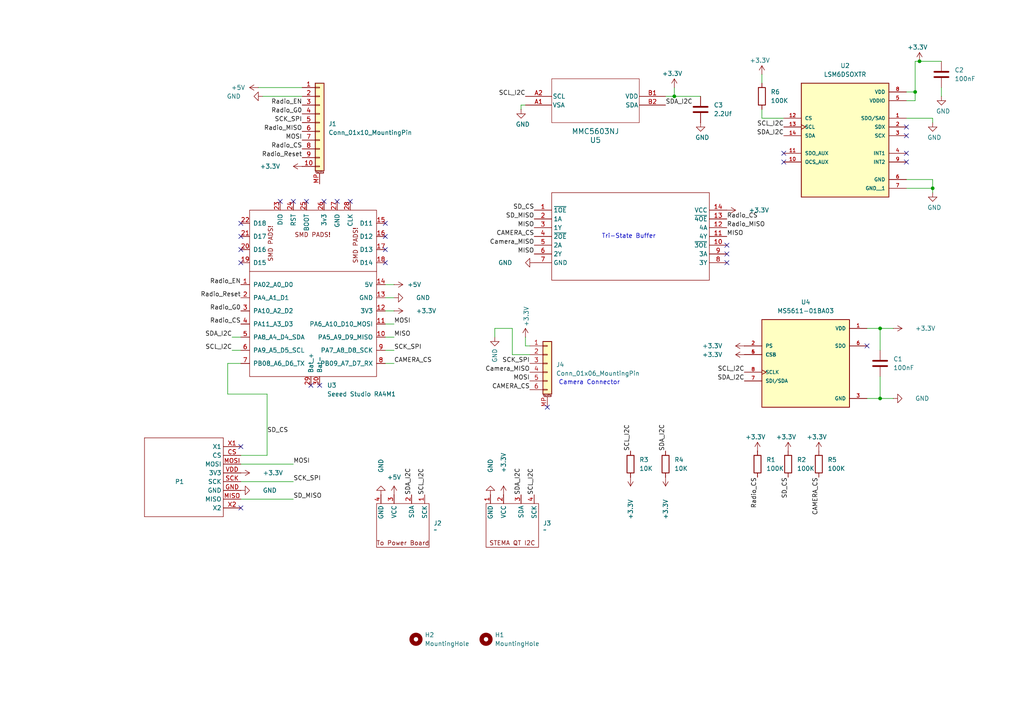
<source format=kicad_sch>
(kicad_sch (version 20250114) (generator "eeschema") (generator_version "9.0")
  (paper "A4")
  (lib_symbols
    (symbol "Connector_Generic_MountingPin:Conn_01x06_MountingPin" (pin_names (offset 1.016) (hide yes))
      (property "Reference" "J" (at 0 7.62 0))
      (property "Value" "Conn_01x06_MountingPin" (at 1.27 -10.16 0))
      (symbol "Conn_01x06_MountingPin_1_1"
        (rectangle (start -1.27 6.35) (end 1.27 -8.89) (stroke (width 0.254)) (fill (type background)))
        (rectangle (start -1.27 5.207) (end 0 4.953) (stroke (width 0.1524)))
        (rectangle (start -1.27 2.667) (end 0 2.413) (stroke (width 0.1524)))
        (rectangle (start -1.27 0.127) (end 0 -0.127) (stroke (width 0.1524)))
        (rectangle (start -1.27 -2.413) (end 0 -2.667) (stroke (width 0.1524)))
        (rectangle (start -1.27 -4.953) (end 0 -5.207) (stroke (width 0.1524)))
        (rectangle (start -1.27 -7.493) (end 0 -7.747) (stroke (width 0.1524)))
        (polyline (pts (xy -1.016 -9.652) (xy 1.016 -9.652)) (stroke (width 0.1524)))
        (text "Mounting" (at 0 -9.271 0) (effects (font (size 0.381 0.381))))
        (pin passive line (at -5.08 5.08 0) (length 3.81) (name "Pin_1") (number "1"))
        (pin passive line (at -5.08 2.54 0) (length 3.81) (name "Pin_2") (number "2"))
        (pin passive line (at -5.08 0 0) (length 3.81) (name "Pin_3") (number "3"))
        (pin passive line (at -5.08 -2.54 0) (length 3.81) (name "Pin_4") (number "4"))
        (pin passive line (at -5.08 -5.08 0) (length 3.81) (name "Pin_5") (number "5"))
        (pin passive line (at -5.08 -7.62 0) (length 3.81) (name "Pin_6") (number "6"))
        (pin passive line (at 0 -12.7 90) (length 3.048) (name "MountPin") (number "MP"))
      )
    )
    (symbol "Connector_Generic_MountingPin:Conn_01x10_MountingPin" (pin_names (offset 1.016) (hide yes))
      (property "Reference" "J" (at 0 12.7 0))
      (property "Value" "Conn_01x10_MountingPin" (at 1.27 -15.24 0))
      (symbol "Conn_01x10_MountingPin_1_1"
        (rectangle (start -1.27 11.43) (end 1.27 -13.97) (stroke (width 0.254)) (fill (type background)))
        (rectangle (start -1.27 10.287) (end 0 10.033) (stroke (width 0.1524)))
        (rectangle (start -1.27 7.747) (end 0 7.493) (stroke (width 0.1524)))
        (rectangle (start -1.27 5.207) (end 0 4.953) (stroke (width 0.1524)))
        (rectangle (start -1.27 2.667) (end 0 2.413) (stroke (width 0.1524)))
        (rectangle (start -1.27 0.127) (end 0 -0.127) (stroke (width 0.1524)))
        (rectangle (start -1.27 -2.413) (end 0 -2.667) (stroke (width 0.1524)))
        (rectangle (start -1.27 -4.953) (end 0 -5.207) (stroke (width 0.1524)))
        (rectangle (start -1.27 -7.493) (end 0 -7.747) (stroke (width 0.1524)))
        (rectangle (start -1.27 -10.033) (end 0 -10.287) (stroke (width 0.1524)))
        (rectangle (start -1.27 -12.573) (end 0 -12.827) (stroke (width 0.1524)))
        (polyline (pts (xy -1.016 -14.732) (xy 1.016 -14.732)) (stroke (width 0.1524)))
        (text "Mounting" (at 0 -14.351 0) (effects (font (size 0.381 0.381))))
        (pin passive line (at -5.08 10.16 0) (length 3.81) (name "Pin_1") (number "1"))
        (pin passive line (at -5.08 7.62 0) (length 3.81) (name "Pin_2") (number "2"))
        (pin passive line (at -5.08 5.08 0) (length 3.81) (name "Pin_3") (number "3"))
        (pin passive line (at -5.08 2.54 0) (length 3.81) (name "Pin_4") (number "4"))
        (pin passive line (at -5.08 0 0) (length 3.81) (name "Pin_5") (number "5"))
        (pin passive line (at -5.08 -2.54 0) (length 3.81) (name "Pin_6") (number "6"))
        (pin passive line (at -5.08 -5.08 0) (length 3.81) (name "Pin_7") (number "7"))
        (pin passive line (at -5.08 -7.62 0) (length 3.81) (name "Pin_8") (number "8"))
        (pin passive line (at -5.08 -10.16 0) (length 3.81) (name "Pin_9") (number "9"))
        (pin passive line (at -5.08 -12.7 0) (length 3.81) (name "Pin_10") (number "10"))
        (pin passive line (at 0 -17.78 90) (length 3.048) (name "MountPin") (number "MP"))
      )
    )
    (symbol "Device:C" (pin_numbers (hide yes)) (pin_names (offset 0.254))
      (property "Reference" "C" (at 0.635 2.54 0))
      (property "Value" "C" (at 0.635 -2.54 0))
      (symbol "C_0_1"
        (polyline (pts (xy -2.032 0.762) (xy 2.032 0.762)) (stroke (width 0.508)))
        (polyline (pts (xy -2.032 -0.762) (xy 2.032 -0.762)) (stroke (width 0.508)))
      )
      (symbol "C_1_1"
        (pin passive line (at 0 3.81 270) (length 2.794) (name "~") (number "1"))
        (pin passive line (at 0 -3.81 90) (length 2.794) (name "~") (number "2"))
      )
    )
    (symbol "Device:R" (pin_numbers (hide yes)) (pin_names (offset 0))
      (property "Reference" "R" (at 2.032 0 90))
      (property "Value" "R" (at 0 0 90))
      (symbol "R_0_1"
        (rectangle (start -1.016 -2.54) (end 1.016 2.54) (stroke (width 0.254)))
      )
      (symbol "R_1_1"
        (pin passive line (at 0 3.81 270) (length 1.27) (name "~") (number "1"))
        (pin passive line (at 0 -3.81 90) (length 1.27) (name "~") (number "2"))
      )
    )
    (symbol "LSM6DSOXTR:LSM6DSOXTR" (pin_names (offset 1.016))
      (property "Reference" "U" (at -12.7 16.002 0))
      (property "Value" "LSM6DSOXTR" (at -12.7 -20.32 0))
      (symbol "LSM6DSOXTR_0_0"
        (rectangle (start -12.7 -17.78) (end 12.7 15.24) (stroke (width 0.254)) (fill (type background)))
        (pin input line (at -17.78 5.08 0) (length 5.08) (name "CS") (number "12"))
        (pin input clock (at -17.78 2.54 0) (length 5.08) (name "SCL") (number "13"))
        (pin bidirectional line (at -17.78 0 0) (length 5.08) (name "SDA") (number "14"))
        (pin bidirectional line (at -17.78 -5.08 0) (length 5.08) (name "SDO_AUX") (number "11"))
        (pin bidirectional line (at -17.78 -7.62 0) (length 5.08) (name "OCS_AUX") (number "10"))
        (pin power_in line (at 17.78 12.7 180) (length 5.08) (name "VDD") (number "8"))
        (pin power_in line (at 17.78 10.16 180) (length 5.08) (name "VDDIO") (number "5"))
        (pin bidirectional line (at 17.78 5.08 180) (length 5.08) (name "SDO/SA0") (number "1"))
        (pin bidirectional line (at 17.78 2.54 180) (length 5.08) (name "SDX") (number "2"))
        (pin bidirectional line (at 17.78 0 180) (length 5.08) (name "SCX") (number "3"))
        (pin output line (at 17.78 -5.08 180) (length 5.08) (name "INT1") (number "4"))
        (pin output line (at 17.78 -7.62 180) (length 5.08) (name "INT2") (number "9"))
        (pin power_in line (at 17.78 -12.7 180) (length 5.08) (name "GND") (number "6"))
        (pin power_in line (at 17.78 -15.24 180) (length 5.08) (name "GND__1") (number "7"))
      )
    )
    (symbol "MMC5603NJ:MMC5603NJ" (pin_names (offset 0.254))
      (property "Reference" "U" (at 20.32 10.16 0))
      (property "Value" "MMC5603NJ" (at 20.32 7.62 0))
      (symbol "MMC5603NJ_0_1"
        (polyline (pts (xy 7.62 5.08) (xy 7.62 -7.62)) (stroke (width 0.127)))
        (polyline (pts (xy 7.62 -7.62) (xy 33.02 -7.62)) (stroke (width 0.127)))
        (polyline (pts (xy 33.02 5.08) (xy 7.62 5.08)) (stroke (width 0.127)))
        (polyline (pts (xy 33.02 -7.62) (xy 33.02 5.08)) (stroke (width 0.127)))
        (pin power_out line (at 0 0 0) (length 7.62) (name "VSA") (number "A1"))
        (pin input line (at 0 -2.54 0) (length 7.62) (name "SCL") (number "A2"))
        (pin bidirectional line (at 40.64 0 180) (length 7.62) (name "SDA") (number "B2"))
        (pin power_in line (at 40.64 -2.54 180) (length 7.62) (name "VDD") (number "B1"))
      )
    )
    (symbol "MS5611-01BA03:MS5611-01BA03" (pin_names (offset 1.016))
      (property "Reference" "U" (at -12.7 12.7 0))
      (property "Value" "MS5611-01BA03" (at -12.7 -15.24 0))
      (symbol "MS5611-01BA03_0_0"
        (rectangle (start -12.7 -12.7) (end 12.7 12.7) (stroke (width 0.254)) (fill (type background)))
        (pin input line (at -17.78 5.08 0) (length 5.08) (name "PS") (number "2"))
        (pin input line (at -17.78 2.54 0) (length 5.08) (name "CSB") (number "4"))
        (pin input line (at -17.78 2.54 0) (length 5.08) (name "CSB") (number "5"))
        (pin input clock (at -17.78 -2.54 0) (length 5.08) (name "SCLK") (number "8"))
        (pin bidirectional line (at -17.78 -5.08 0) (length 5.08) (name "SDI/SDA") (number "7"))
        (pin power_in line (at 17.78 10.16 180) (length 5.08) (name "VDD") (number "1"))
        (pin output line (at 17.78 5.08 180) (length 5.08) (name "SDO") (number "6"))
        (pin power_in line (at 17.78 -10.16 180) (length 5.08) (name "GND") (number "3"))
      )
    )
    (symbol "Mechanical:MountingHole" (pin_names (offset 1.016)) (exclude_from_sim yes) (in_bom no)
      (property "Reference" "H" (at 0 5.08 0))
      (property "Value" "MountingHole" (at 0 3.175 0))
      (symbol "MountingHole_0_1"
        (circle (center 0 0) (radius 1.27) (stroke (width 1.27)))
      )
    )
    (symbol "Pocket Qube Symbols:I2C_Power_Connector"
      (property "Reference" "U" (at 0 0 0))
      (symbol "I2C_Power_Connector_0_1"
        (rectangle (start -7.62 6.35) (end 7.62 -6.35))
      )
      (symbol "I2C_Power_Connector_1_1"
        (text "To Power Board\n" (at 0 -5.08 0) (effects (font (size 1.27 1.27))))
        (pin input line (at -6.35 8.89 270) (length 2.54) (name "GND") (number "4"))
        (pin input line (at -2.54 8.89 270) (length 2.54) (name "VCC") (number "3"))
        (pin input line (at 2.54 8.89 270) (length 2.54) (name "SDA") (number "2"))
        (pin input line (at 6.35 8.89 270) (length 2.54) (name "SCK") (number "1"))
      )
    )
    (symbol "Pocket Qube Symbols:Seeed Studio RA4M1" (pin_names (offset 1.016))
      (property "Reference" "U" (at 0 4.318 0))
      (property "Value" "Seeed Studio RA4M1" (at -1.27 7.366 0))
      (symbol "Seeed Studio RA4M1_0_1"
        (rectangle (start -19.05 24.13) (end 17.78 -24.13))
        (polyline (pts (xy -19.05 6.35) (xy 17.78 6.35)))
      )
      (symbol "Seeed Studio RA4M1_1_1"
        (text "SMD PADS!" (at -12.954 14.478 900) (effects (font (size 1.27 1.27))))
        (text "SMD PADS!" (at -0.762 17.018 0) (effects (font (size 1.27 1.27))))
        (text "SMD PADS!" (at 11.684 13.97 900) (effects (font (size 1.27 1.27))))
        (pin bidirectional line (at -21.59 20.32 0) (length 2.54) (name "D18") (number "22"))
        (pin bidirectional line (at -21.59 16.51 0) (length 2.54) (name "D17") (number "21"))
        (pin bidirectional line (at -21.59 12.7 0) (length 2.54) (name "D16") (number "20"))
        (pin bidirectional line (at -21.59 8.89 0) (length 2.54) (name "D15") (number "19"))
        (pin unspecified line (at -21.59 2.54 0) (length 2.54) (name "PA02_A0_D0") (number "1"))
        (pin unspecified line (at -21.59 -1.27 0) (length 2.54) (name "PA4_A1_D1") (number "2"))
        (pin unspecified line (at -21.59 -5.08 0) (length 2.54) (name "PA10_A2_D2") (number "3"))
        (pin unspecified line (at -21.59 -8.89 0) (length 2.54) (name "PA11_A3_D3") (number "4"))
        (pin unspecified line (at -21.59 -12.7 0) (length 2.54) (name "PA8_A4_D4_SDA") (number "5"))
        (pin unspecified line (at -21.59 -16.51 0) (length 2.54) (name "PA9_A5_D5_SCL") (number "6"))
        (pin unspecified line (at -21.59 -20.32 0) (length 2.54) (name "PB08_A6_D6_TX") (number "7"))
        (pin bidirectional line (at -10.16 26.67 270) (length 2.54) (name "DIO") (number "23"))
        (pin bidirectional line (at -6.35 26.67 270) (length 2.54) (name "RST") (number "24"))
        (pin bidirectional line (at -2.54 26.67 270) (length 2.54) (name "BOOT") (number "25"))
        (pin power_in line (at -1.27 -26.67 90) (length 2.54) (name "Bat_+") (number "29"))
        (pin power_in line (at 1.27 -26.67 90) (length 2.54) (name "Bat-") (number "30"))
        (pin bidirectional line (at 2.54 26.67 270) (length 2.54) (name "3v3") (number "26"))
        (pin bidirectional line (at 6.35 26.67 270) (length 2.54) (name "GND") (number "27"))
        (pin bidirectional line (at 10.16 26.67 270) (length 2.54) (name "CLK") (number "28"))
        (pin bidirectional line (at 20.32 20.32 180) (length 2.54) (name "D11") (number "15"))
        (pin bidirectional line (at 20.32 16.51 180) (length 2.54) (name "D12") (number "16"))
        (pin bidirectional line (at 20.32 12.7 180) (length 2.54) (name "D13") (number "17"))
        (pin bidirectional line (at 20.32 8.89 180) (length 2.54) (name "D14") (number "18"))
        (pin unspecified line (at 20.32 2.54 180) (length 2.54) (name "5V") (number "14"))
        (pin unspecified line (at 20.32 -1.27 180) (length 2.54) (name "GND") (number "13"))
        (pin unspecified line (at 20.32 -5.08 180) (length 2.54) (name "3V3") (number "12"))
        (pin unspecified line (at 20.32 -8.89 180) (length 2.54) (name "PA6_A10_D10_MOSI") (number "11"))
        (pin unspecified line (at 20.32 -12.7 180) (length 2.54) (name "PA5_A9_D9_MISO") (number "10"))
        (pin unspecified line (at 20.32 -16.51 180) (length 2.54) (name "PA7_A8_D8_SCK") (number "9"))
        (pin unspecified line (at 20.32 -20.32 180) (length 2.54) (name "PB09_A7_D7_RX") (number "8"))
      )
    )
    (symbol "Pocket Qube Symbols:Stema_QT"
      (property "Reference" "U" (at 0 0 0))
      (symbol "Stema_QT_0_1"
        (rectangle (start -7.62 6.35) (end 7.62 -6.35))
      )
      (symbol "Stema_QT_1_1"
        (text "STEMA QT I2C\n" (at 0 -5.08 0) (effects (font (size 1.27 1.27))))
        (pin input line (at -6.35 8.89 270) (length 2.54) (name "GND") (number "1"))
        (pin input line (at -2.54 8.89 270) (length 2.54) (name "VCC") (number "2"))
        (pin input line (at 2.54 8.89 270) (length 2.54) (name "SDA") (number "3"))
        (pin input line (at 6.35 8.89 270) (length 2.54) (name "SCK") (number "4"))
      )
    )
    (symbol "SN74LVC125ANSR:SN74LVC125ANSR"
      (symbol "SN74LVC125ANSR_1_0"
        (polyline (pts (xy 7.62 5.08) (xy 7.62 -20.32)) (stroke (width 0.1524)))
        (polyline (pts (xy 7.62 -20.32) (xy 53.34 -20.32)) (stroke (width 0.1524)))
        (polyline (pts (xy 53.34 5.08) (xy 7.62 5.08)) (stroke (width 0.1524)))
        (polyline (pts (xy 53.34 -20.32) (xy 53.34 5.08)) (stroke (width 0.1524)))
        (pin input line (at 2.54 0 0) (length 5.08) (name "~{1OE}") (number "1"))
        (pin input line (at 2.54 -2.54 0) (length 5.08) (name "1A") (number "2"))
        (pin output line (at 2.54 -5.08 0) (length 5.08) (name "1Y") (number "3"))
        (pin input line (at 2.54 -7.62 0) (length 5.08) (name "~{2OE}") (number "4"))
        (pin input line (at 2.54 -10.16 0) (length 5.08) (name "2A") (number "5"))
        (pin output line (at 2.54 -12.7 0) (length 5.08) (name "2Y") (number "6"))
        (pin power_in line (at 2.54 -15.24 0) (length 5.08) (name "GND") (number "7"))
        (pin power_in line (at 58.42 0 180) (length 5.08) (name "VCC") (number "14"))
        (pin input line (at 58.42 -2.54 180) (length 5.08) (name "~{4OE}") (number "13"))
        (pin input line (at 58.42 -5.08 180) (length 5.08) (name "4A") (number "12"))
        (pin output line (at 58.42 -7.62 180) (length 5.08) (name "4Y") (number "11"))
        (pin input line (at 58.42 -10.16 180) (length 5.08) (name "~{3OE}") (number "10"))
        (pin input line (at 58.42 -12.7 180) (length 5.08) (name "3A") (number "9"))
        (pin output line (at 58.42 -15.24 180) (length 5.08) (name "3Y") (number "8"))
      )
    )
    (symbol "power:+3.3V" (power) (pin_numbers (hide yes)) (pin_names (offset 0) (hide yes))
      (property "Value" "+3.3V" (at 0 3.556 0))
      (symbol "+3.3V_0_1"
        (polyline (pts (xy -0.762 1.27) (xy 0 2.54)))
        (polyline (pts (xy 0 2.54) (xy 0.762 1.27)))
        (polyline (pts (xy 0 0) (xy 0 2.54)))
      )
      (symbol "+3.3V_1_1"
        (pin power_in line (at 0 0 90) (length 0) (name "~") (number "1"))
      )
    )
    (symbol "power:+5V" (power) (pin_numbers (hide yes)) (pin_names (offset 0) (hide yes))
      (property "Value" "+5V" (at 0 3.556 0))
      (symbol "+5V_0_1"
        (polyline (pts (xy -0.762 1.27) (xy 0 2.54)))
        (polyline (pts (xy 0 2.54) (xy 0.762 1.27)))
        (polyline (pts (xy 0 0) (xy 0 2.54)))
      )
      (symbol "+5V_1_1"
        (pin power_in line (at 0 0 90) (length 0) (name "~") (number "1"))
      )
    )
    (symbol "power:GND" (power) (pin_numbers (hide yes)) (pin_names (offset 0) (hide yes))
      (property "Value" "GND" (at 0 -3.81 0))
      (symbol "GND_0_1"
        (polyline (pts (xy 0 0) (xy 0 -1.27) (xy 1.27 -1.27) (xy 0 -2.54) (xy -1.27 -1.27) (xy 0 -1.27)))
      )
      (symbol "GND_1_1"
        (pin power_in line (at 0 0 270) (length 0) (name "~") (number "1"))
      )
    )
    (symbol "project-library:SD_READER"
      (symbol "SD_READER_1_0"
        (polyline (pts (xy -10.16 12.7) (xy 12.7 12.7)) (stroke (width 0.1524)))
        (polyline (pts (xy -10.16 -10.16) (xy -10.16 12.7)) (stroke (width 0.1524)))
        (polyline (pts (xy 12.7 12.7) (xy 12.7 -10.16)) (stroke (width 0.1524)))
        (polyline (pts (xy 12.7 -10.16) (xy -10.16 -10.16)) (stroke (width 0.1524)))
        (pin bidirectional line (at 17.78 10.16 180) (length 5.08) (name "X1") (number "X1"))
        (pin bidirectional line (at 17.78 7.62 180) (length 5.08) (name "CS") (number "CS"))
        (pin bidirectional line (at 17.78 5.08 180) (length 5.08) (name "MOSI") (number "MOSI"))
        (pin bidirectional line (at 17.78 2.54 180) (length 5.08) (name "3V3") (number "VDD"))
        (pin bidirectional line (at 17.78 0 180) (length 5.08) (name "SCK") (number "SCK"))
        (pin bidirectional line (at 17.78 -2.54 180) (length 5.08) (name "GND") (number "GND"))
        (pin bidirectional line (at 17.78 -5.08 180) (length 5.08) (name "MISO") (number "MISO"))
        (pin bidirectional line (at 17.78 -7.62 180) (length 5.08) (name "X2") (number "X2"))
      )
    )
  )
  (text "Camera Connector" (at 170.942 110.998 0) (effects (font (size 1.27 1.27))))
  (text "Tri-State Buffer" (at 182.372 68.58 0) (effects (font (size 1.27 1.27))))
  (junction (at 255.27 115.57))
  (junction (at 270.51 54.61))
  (junction (at 266.7 17.78))
  (junction (at 265.43 26.67))
  (junction (at 255.27 95.25))
  (junction (at 195.58 27.94))
  (no_connect (at 227.33 46.99))
  (no_connect (at 210.82 76.2))
  (no_connect (at 262.89 39.37))
  (no_connect (at 97.79 58.42))
  (no_connect (at 111.76 64.77))
  (no_connect (at 111.76 68.58))
  (no_connect (at 158.75 118.11))
  (no_connect (at 69.85 76.2))
  (no_connect (at 81.28 58.42))
  (no_connect (at 262.89 46.99))
  (no_connect (at 93.98 58.42))
  (no_connect (at 262.89 44.45))
  (no_connect (at 262.89 36.83))
  (no_connect (at 69.85 72.39))
  (no_connect (at 227.33 44.45))
  (no_connect (at 90.17 111.76))
  (no_connect (at 85.09 58.42))
  (no_connect (at 251.46 100.33))
  (no_connect (at 69.85 68.58))
  (no_connect (at 210.82 73.66))
  (no_connect (at 210.82 71.12))
  (no_connect (at 101.6 58.42))
  (no_connect (at 111.76 76.2))
  (no_connect (at 92.71 111.76))
  (no_connect (at 69.85 64.77))
  (no_connect (at 88.9 58.42))
  (no_connect (at 69.85 147.32))
  (no_connect (at 69.85 129.54))
  (no_connect (at 111.76 72.39))
  (wire (pts (xy 259.08 95.25) (xy 255.27 95.25)))
  (wire (pts (xy 85.09 134.62) (xy 69.85 134.62)))
  (wire (pts (xy 66.04 114.3) (xy 66.04 105.41)))
  (wire (pts (xy 148.59 95.25) (xy 148.59 102.87)))
  (wire (pts (xy 67.31 101.6) (xy 69.85 101.6)))
  (wire (pts (xy 193.04 27.94) (xy 195.58 27.94)))
  (wire (pts (xy 114.3 105.41) (xy 111.76 105.41)))
  (wire (pts (xy 69.85 132.08) (xy 77.47 132.08)))
  (wire (pts (xy 255.27 109.22) (xy 255.27 115.57)))
  (wire (pts (xy 262.89 54.61) (xy 270.51 54.61)))
  (wire (pts (xy 265.43 26.67) (xy 265.43 29.21)))
  (wire (pts (xy 67.31 97.79) (xy 69.85 97.79)))
  (wire (pts (xy 114.3 90.17) (xy 111.76 90.17)))
  (wire (pts (xy 74.93 25.4) (xy 87.63 25.4)))
  (wire (pts (xy 220.98 31.75) (xy 220.98 34.29)))
  (wire (pts (xy 195.58 27.94) (xy 195.58 25.4)))
  (wire (pts (xy 270.51 34.29) (xy 270.51 35.56)))
  (wire (pts (xy 69.85 139.7) (xy 85.09 139.7)))
  (wire (pts (xy 265.43 17.78) (xy 265.43 26.67)))
  (wire (pts (xy 66.04 105.41) (xy 69.85 105.41)))
  (wire (pts (xy 76.2 27.94) (xy 87.63 27.94)))
  (wire (pts (xy 270.51 54.61) (xy 270.51 55.88)))
  (wire (pts (xy 255.27 95.25) (xy 251.46 95.25)))
  (wire (pts (xy 85.09 144.78) (xy 69.85 144.78)))
  (wire (pts (xy 148.59 102.87) (xy 153.67 102.87)))
  (wire (pts (xy 220.98 21.59) (xy 220.98 24.13)))
  (wire (pts (xy 114.3 86.36) (xy 111.76 86.36)))
  (wire (pts (xy 143.51 95.25) (xy 148.59 95.25)))
  (wire (pts (xy 114.3 93.98) (xy 111.76 93.98)))
  (wire (pts (xy 114.3 82.55) (xy 111.76 82.55)))
  (wire (pts (xy 265.43 26.67) (xy 262.89 26.67)))
  (wire (pts (xy 143.51 97.79) (xy 143.51 95.25)))
  (wire (pts (xy 255.27 95.25) (xy 255.27 101.6)))
  (wire (pts (xy 262.89 52.07) (xy 270.51 52.07)))
  (wire (pts (xy 152.4 100.33) (xy 153.67 100.33)))
  (wire (pts (xy 77.47 114.3) (xy 66.04 114.3)))
  (wire (pts (xy 262.89 34.29) (xy 270.51 34.29)))
  (wire (pts (xy 77.47 132.08) (xy 77.47 114.3)))
  (wire (pts (xy 220.98 34.29) (xy 227.33 34.29)))
  (wire (pts (xy 265.43 29.21) (xy 262.89 29.21)))
  (wire (pts (xy 270.51 52.07) (xy 270.51 54.61)))
  (wire (pts (xy 259.08 115.57) (xy 255.27 115.57)))
  (wire (pts (xy 151.13 30.48) (xy 151.13 31.75)))
  (wire (pts (xy 273.05 27.94) (xy 273.05 25.4)))
  (wire (pts (xy 114.3 97.79) (xy 111.76 97.79)))
  (wire (pts (xy 195.58 27.94) (xy 203.2 27.94)))
  (wire (pts (xy 152.4 30.48) (xy 151.13 30.48)))
  (wire (pts (xy 273.05 17.78) (xy 266.7 17.78)))
  (wire (pts (xy 152.4 97.79) (xy 152.4 100.33)))
  (wire (pts (xy 114.3 101.6) (xy 111.76 101.6)))
  (wire (pts (xy 255.27 115.57) (xy 251.46 115.57)))
  (wire (pts (xy 266.7 17.78) (xy 265.43 17.78)))
  (label "SCL_I2C" (at 154.94 143.51 90))
  (label "SDA_I2C" (at 151.13 143.51 90))
  (label "SD_CS" (at 77.47 125.73 0))
  (label "CAMERA_CS" (at 154.94 68.58 180))
  (label "SCL_I2C" (at 182.88 130.81 90))
  (label "CAMERA_CS" (at 237.49 138.43 270))
  (label "Radio_MISO" (at 210.82 66.04 0))
  (label "Radio_Reset" (at 87.63 45.72 180))
  (label "SDA_I2C" (at 193.04 30.48 0))
  (label "SCK_SPI" (at 153.67 105.41 180))
  (label "MISO" (at 210.82 68.58 0))
  (label "SDA_I2C" (at 193.04 130.81 90))
  (label "SDA_I2C" (at 67.31 97.79 180))
  (label "SD_CS" (at 154.94 60.96 180))
  (label "SCK_SPI" (at 114.3 101.6 0))
  (label "MOSI" (at 153.67 110.49 180))
  (label "SCL_I2C" (at 152.4 27.94 180))
  (label "Radio_EN" (at 87.63 30.48 180))
  (label "MISO" (at 154.94 73.66 180))
  (label "SCL_I2C" (at 215.9 107.95 180))
  (label "SD_CS" (at 228.6 138.43 270))
  (label "Camera_MISO" (at 154.94 71.12 180))
  (label "SDA_I2C" (at 119.38 143.51 90))
  (label "SCK_SPI" (at 85.09 139.7 0))
  (label "Radio_EN" (at 69.85 82.55 180))
  (label "MISO" (at 114.3 97.79 0))
  (label "Radio_CS" (at 69.85 93.98 180))
  (label "Radio_CS" (at 219.71 138.43 270))
  (label "Radio_MISO" (at 87.63 38.1 180))
  (label "SDA_I2C" (at 227.33 39.37 180))
  (label "SCK_SPI" (at 87.63 35.56 180))
  (label "MOSI" (at 114.3 93.98 0))
  (label "MOSI" (at 85.09 134.62 0))
  (label "Radio_Reset" (at 69.85 86.36 180))
  (label "SDA_I2C" (at 215.9 110.49 180))
  (label "SD_MISO" (at 85.09 144.78 0))
  (label "CAMERA_CS" (at 114.3 105.41 0))
  (label "SCL_I2C" (at 227.33 36.83 180))
  (label "Radio_G0" (at 69.85 90.17 180))
  (label "SD_MISO" (at 154.94 63.5 180))
  (label "MOSI" (at 87.63 40.64 180))
  (label "Radio_CS" (at 87.63 43.18 180))
  (label "CAMERA_CS" (at 153.67 113.03 180))
  (label "MISO" (at 154.94 66.04 180))
  (label "SCL_I2C" (at 67.31 101.6 180))
  (label "SCL_I2C" (at 123.19 143.51 90))
  (label "Camera_MISO" (at 153.67 107.95 180))
  (label "Radio_G0" (at 87.63 33.02 180))
  (label "Radio_CS" (at 210.82 63.5 0))
  (symbol (lib_id "Pocket Qube Symbols:I2C_Power_Connector") (at 116.84 152.4 0) (unit 1)
    (property "Reference" "J2" (at 125.73 151.7649 0) (effects (justify left)))
    (property "Value" "~" (at 125.73 153.67 0) (effects (justify left)))
    (property "Footprint" "Connector_JST:JST_SH_BM04B-SRSS-TB_1x04-1MP_P1.00mm_Vertical" (effects (hide yes)))
  )
  (symbol (lib_id "power:+3.3V") (at 219.71 130.81 0) (unit 1)
    (property "Reference" "#PWR023" (effects (hide yes)))
    (property "Value" "+3.3V" (at 216.154 126.746 0) (effects (justify left)))
    (property "Description" "Power symbol creates a global label with name \"+3.3V\"" (effects (hide yes)))
  )
  (symbol (lib_id "power:+5V") (at 114.3 143.51 0) (unit 1)
    (property "Reference" "#PWR013" (effects (hide yes)))
    (property "Value" "+5V" (at 114.3 138.43 0))
    (property "Description" "Power symbol creates a global label with name \"+5V\"" (effects (hide yes)))
  )
  (symbol (lib_id "power:+3.3V") (at 69.85 137.16 270) (unit 1)
    (property "Reference" "#PWR07" (effects (hide yes)))
    (property "Value" "+3.3V" (at 76.2 137.1599 90) (effects (justify left)))
    (property "Description" "Power symbol creates a global label with name \"+3.3V\"" (effects (hide yes)))
  )
  (symbol (lib_id "project-library:SD_READER") (at 52.07 139.7 0) (unit 1)
    (property "Reference" "P1" (at 52.07 139.7 0))
    (property "Footprint" "project-library:SDREAD" (effects (hide yes)))
  )
  (symbol (lib_id "power:GND") (at 270.51 35.56 0) (unit 1)
    (property "Reference" "#PWR028" (effects (hide yes)))
    (property "Value" "GND" (at 273.05 39.878 0) (effects (justify right)))
    (property "Description" "Power symbol creates a global label with name \"GND\" , ground" (effects (hide yes)))
  )
  (symbol (lib_id "power:+3.3V") (at 114.3 90.17 270) (unit 1)
    (property "Reference" "#PWR01" (effects (hide yes)))
    (property "Value" "+3.3V" (at 120.65 90.1699 90) (effects (justify left)))
    (property "Description" "Power symbol creates a global label with name \"+3.3V\"" (effects (hide yes)))
  )
  (symbol (lib_id "power:GND") (at 110.49 143.51 180) (unit 1)
    (property "Reference" "#PWR011" (effects (hide yes)))
    (property "Value" "GND" (at 110.4899 137.16 90) (effects (justify right)))
    (property "Description" "Power symbol creates a global label with name \"GND\" , ground" (effects (hide yes)))
  )
  (symbol (lib_id "power:+3.3V") (at 237.49 130.81 0) (unit 1)
    (property "Reference" "#PWR025" (effects (hide yes)))
    (property "Value" "+3.3V" (at 233.934 126.746 0) (effects (justify left)))
    (property "Description" "Power symbol creates a global label with name \"+3.3V\"" (effects (hide yes)))
  )
  (symbol (lib_id "Mechanical:MountingHole") (at 140.97 185.42 0) (unit 1) (exclude_from_sim yes) (in_bom no)
    (property "Reference" "H1" (at 143.51 184.1499 0) (effects (justify left)))
    (property "Value" "MountingHole" (at 143.51 186.6899 0) (effects (justify left)))
    (property "Footprint" "MountingHole:MountingHole_2.2mm_M2" (effects (hide yes)))
    (property "Description" "Mounting Hole without connection" (effects (hide yes)))
  )
  (symbol (lib_id "power:GND") (at 142.24 143.51 180) (unit 1)
    (property "Reference" "#PWR010" (effects (hide yes)))
    (property "Value" "GND" (at 142.2399 137.16 90) (effects (justify right)))
    (property "Description" "Power symbol creates a global label with name \"GND\" , ground" (effects (hide yes)))
  )
  (symbol (lib_id "Mechanical:MountingHole") (at 120.65 185.42 0) (unit 1) (exclude_from_sim yes) (in_bom no)
    (property "Reference" "H2" (at 123.19 184.1499 0) (effects (justify left)))
    (property "Value" "MountingHole" (at 123.19 186.6899 0) (effects (justify left)))
    (property "Footprint" "MountingHole:MountingHole_2.2mm_M2" (effects (hide yes)))
    (property "Description" "Mounting Hole without connection" (effects (hide yes)))
  )
  (symbol (lib_id "power:GND") (at 143.51 97.79 0) (unit 1)
    (property "Reference" "#PWR026" (effects (hide yes)))
    (property "Value" "GND" (at 143.51 101.092 90) (effects (justify right)))
    (property "Description" "Power symbol creates a global label with name \"GND\" , ground" (effects (hide yes)))
  )
  (symbol (lib_id "power:+5V") (at 74.93 25.4 90) (unit 1)
    (property "Reference" "#PWR020" (effects (hide yes)))
    (property "Value" "+5V" (at 71.12 25.3999 90) (effects (justify left)))
    (property "Description" "Power symbol creates a global label with name \"+5V\"" (effects (hide yes)))
  )
  (symbol (lib_id "Device:R") (at 228.6 134.62 0) (unit 1)
    (property "Reference" "R2" (at 231.14 133.3499 0) (effects (justify left)))
    (property "Value" "100K" (at 231.14 135.8899 0) (effects (justify left)))
    (property "Footprint" "Resistor_SMD:R_0603_1608Metric_Pad0.98x0.95mm_HandSolder" (effects (hide yes)))
    (property "Description" "Resistor" (effects (hide yes)))
  )
  (symbol (lib_id "Device:R") (at 220.98 27.94 0) (unit 1)
    (property "Reference" "R6" (at 223.52 26.6699 0) (effects (justify left)))
    (property "Value" "100K" (at 223.52 29.2099 0) (effects (justify left)))
    (property "Footprint" "Resistor_SMD:R_0603_1608Metric_Pad0.98x0.95mm_HandSolder" (effects (hide yes)))
    (property "Description" "Resistor" (effects (hide yes)))
  )
  (symbol (lib_id "power:GND") (at 203.2 35.56 0) (unit 1)
    (property "Reference" "#PWR033" (effects (hide yes)))
    (property "Value" "GND" (at 205.74 39.878 0) (effects (justify right)))
    (property "Description" "Power symbol creates a global label with name \"GND\" , ground" (effects (hide yes)))
  )
  (symbol (lib_id "power:+3.3V") (at 146.05 143.51 0) (unit 1)
    (property "Reference" "#PWR09" (effects (hide yes)))
    (property "Value" "+3.3V" (at 146.0499 137.16 90) (effects (justify left)))
    (property "Description" "Power symbol creates a global label with name \"+3.3V\"" (effects (hide yes)))
  )
  (symbol (lib_id "power:+3.3V") (at 259.08 95.25 270) (unit 1)
    (property "Reference" "#PWR016" (effects (hide yes)))
    (property "Value" "+3.3V" (at 265.43 95.2499 90) (effects (justify left)))
    (property "Description" "Power symbol creates a global label with name \"+3.3V\"" (effects (hide yes)))
  )
  (symbol (lib_id "power:+3.3V") (at 195.58 25.4 0) (unit 1)
    (property "Reference" "#PWR032" (effects (hide yes)))
    (property "Value" "+3.3V" (at 192.024 21.336 0) (effects (justify left)))
    (property "Description" "Power symbol creates a global label with name \"+3.3V\"" (effects (hide yes)))
  )
  (symbol (lib_id "Connector_Generic_MountingPin:Conn_01x06_MountingPin") (at 158.75 105.41 0) (unit 1)
    (property "Reference" "J4" (at 161.29 105.7655 0) (effects (justify left)))
    (property "Value" "Conn_01x06_MountingPin" (at 161.29 108.3055 0) (effects (justify left)))
    (property "Footprint" "Connector_JST:JST_SH_BM06B-SRSS-TB_1x06-1MP_P1.00mm_Vertical" (effects (hide yes)))
    (property "Description" "Generic connectable mounting pin connector, single row, 01x06, script generated (kicad-library-utils/schlib/autogen/connector/)" (effects (hide yes)))
  )
  (symbol (lib_id "power:GND") (at 151.13 31.75 0) (unit 1)
    (property "Reference" "#PWR031" (effects (hide yes)))
    (property "Value" "GND" (at 153.67 36.068 0) (effects (justify right)))
    (property "Description" "Power symbol creates a global label with name \"GND\" , ground" (effects (hide yes)))
  )
  (symbol (lib_id "Pocket Qube Symbols:Stema_QT") (at 148.59 152.4 0) (unit 1)
    (property "Reference" "J3" (at 157.48 151.7649 0) (effects (justify left)))
    (property "Value" "~" (at 157.48 153.67 0) (effects (justify left)))
    (property "Footprint" "Connector_JST:JST_SH_BM04B-SRSS-TB_1x04-1MP_P1.00mm_Vertical" (effects (hide yes)))
  )
  (symbol (lib_id "power:GND") (at 114.3 86.36 90) (unit 1)
    (property "Reference" "#PWR02" (effects (hide yes)))
    (property "Value" "GND" (at 120.65 86.3599 90) (effects (justify right)))
    (property "Description" "Power symbol creates a global label with name \"GND\" , ground" (effects (hide yes)))
  )
  (symbol (lib_id "Connector_Generic_MountingPin:Conn_01x10_MountingPin") (at 92.71 35.56 0) (unit 1)
    (property "Reference" "J1" (at 95.25 35.9155 0) (effects (justify left)))
    (property "Value" "Conn_01x10_MountingPin" (at 95.25 38.4555 0) (effects (justify left)))
    (property "Footprint" "Connector_JST:JST_SH_BM10B-SRSS-TB_1x10-1MP_P1.00mm_Vertical" (effects (hide yes)))
    (property "Description" "Generic connectable mounting pin connector, single row, 01x10, script generated (kicad-library-utils/schlib/autogen/connector/)" (effects (hide yes)))
  )
  (symbol (lib_id "Device:C") (at 255.27 105.41 0) (unit 1)
    (property "Reference" "C1" (at 259.08 104.1399 0) (effects (justify left)))
    (property "Value" "100nF" (at 259.08 106.6799 0) (effects (justify left)))
    (property "Footprint" "Capacitor_SMD:C_1206_3216Metric_Pad1.33x1.80mm_HandSolder" (effects (hide yes)))
    (property "Description" "Unpolarized capacitor" (effects (hide yes)))
  )
  (symbol (lib_id "power:GND") (at 273.05 27.94 0) (unit 1)
    (property "Reference" "#PWR030" (effects (hide yes)))
    (property "Value" "GND" (at 275.59 32.258 0) (effects (justify right)))
    (property "Description" "Power symbol creates a global label with name \"GND\" , ground" (effects (hide yes)))
  )
  (symbol (lib_id "power:+3.3V") (at 220.98 21.59 0) (unit 1)
    (property "Reference" "#PWR027" (effects (hide yes)))
    (property "Value" "+3.3V" (at 217.424 17.526 0) (effects (justify left)))
    (property "Description" "Power symbol creates a global label with name \"+3.3V\"" (effects (hide yes)))
  )
  (symbol (lib_id "Device:R") (at 182.88 134.62 0) (unit 1)
    (property "Reference" "R3" (at 185.42 133.3499 0) (effects (justify left)))
    (property "Value" "10K" (at 185.42 135.8899 0) (effects (justify left)))
    (property "Footprint" "Resistor_SMD:R_0805_2012Metric_Pad1.20x1.40mm_HandSolder" (effects (hide yes)))
    (property "Description" "Resistor" (effects (hide yes)))
  )
  (symbol (lib_id "Device:C") (at 273.05 21.59 0) (unit 1)
    (property "Reference" "C2" (at 276.86 20.3199 0) (effects (justify left)))
    (property "Value" "100nF" (at 276.86 22.8599 0) (effects (justify left)))
    (property "Footprint" "Capacitor_SMD:C_1206_3216Metric_Pad1.33x1.80mm_HandSolder" (effects (hide yes)))
    (property "Description" "Unpolarized capacitor" (effects (hide yes)))
  )
  (symbol (lib_id "LSM6DSOXTR:LSM6DSOXTR") (at 245.11 39.37 0) (unit 1)
    (property "Reference" "U2" (at 245.11 19.05 0))
    (property "Value" "LSM6DSOXTR" (at 245.11 21.59 0))
    (property "Footprint" "project-library:14-VFLGA" (effects (hide yes)))
    (property "PARTREV" "3.0" (effects (hide yes)))
    (property "MANUFACTURER" "ST Microelectronics" (effects (hide yes)))
    (property "STANDARD" "IPC7351B" (effects (hide yes)))
  )
  (symbol (lib_id "MS5611-01BA03:MS5611-01BA03") (at 233.68 105.41 0) (unit 1)
    (property "Reference" "U4" (at 233.68 87.63 0))
    (property "Value" "MS5611-01BA03" (at 233.68 90.17 0))
    (property "Footprint" "MS5611:SON125P500X300X100-8N" (effects (hide yes)))
    (property "Comment" "CAT-BLPS0036" (effects (hide yes)))
    (property "MF" "TE Connectivity" (effects (hide yes)))
    (property "Description_1" "\n                        \n                            Pressure Sensor 0.15PSI ~ 17.4PSI (1kPa ~ 120kPa) Absolute - 24 b 8-SMD\n                        \n" (effects (hide yes)))
    (property "Package" "SMD-8 Measurement Specialties" (effects (hide yes)))
    (property "Price" "None" (effects (hide yes)))
    (property "Check_prices" "https://www.snapeda.com/parts/MS5611-01BA03/TE+Connectivity+ALCOSWITCH+Switches/view-part/?ref=eda" (effects (hide yes)))
    (property "STANDARD" "IPC7351B" (effects (hide yes)))
    (property "PARTREV" "06/2017" (effects (hide yes)))
    (property "SnapEDA_Link" "https://www.snapeda.com/parts/MS5611-01BA03/TE+Connectivity+ALCOSWITCH+Switches/view-part/?ref=snap" (effects (hide yes)))
    (property "MP" "MS5611-01BA03" (effects (hide yes)))
    (property "Availability" "In Stock" (effects (hide yes)))
    (property "MANUFACTURER" "TE Connectivity" (effects (hide yes)))
  )
  (symbol (lib_id "power:+3.3V") (at 266.7 17.78 0) (unit 1)
    (property "Reference" "#PWR03" (effects (hide yes)))
    (property "Value" "+3.3V" (at 263.144 13.716 0) (effects (justify left)))
    (property "Description" "Power symbol creates a global label with name \"+3.3V\"" (effects (hide yes)))
  )
  (symbol (lib_id "Device:R") (at 219.71 134.62 0) (unit 1)
    (property "Reference" "R1" (at 222.25 133.3499 0) (effects (justify left)))
    (property "Value" "100K" (at 222.25 135.8899 0) (effects (justify left)))
    (property "Footprint" "Resistor_SMD:R_0603_1608Metric_Pad0.98x0.95mm_HandSolder" (effects (hide yes)))
    (property "Description" "Resistor" (effects (hide yes)))
  )
  (symbol (lib_id "power:+5V") (at 114.3 82.55 270) (unit 1)
    (property "Reference" "#PWR012" (effects (hide yes)))
    (property "Value" "+5V" (at 118.11 82.5499 90) (effects (justify left)))
    (property "Description" "Power symbol creates a global label with name \"+5V\"" (effects (hide yes)))
  )
  (symbol (lib_id "power:GND") (at 76.2 27.94 270) (unit 1)
    (property "Reference" "#PWR021" (effects (hide yes)))
    (property "Value" "GND" (at 69.85 27.9401 90) (effects (justify right)))
    (property "Description" "Power symbol creates a global label with name \"GND\" , ground" (effects (hide yes)))
  )
  (symbol (lib_id "Device:C") (at 203.2 31.75 0) (unit 1)
    (property "Reference" "C3" (at 207.01 30.4799 0) (effects (justify left)))
    (property "Value" "2.2Uf" (at 207.01 33.0199 0) (effects (justify left)))
    (property "Footprint" "Capacitor_SMD:C_0603_1608Metric_Pad1.08x0.95mm_HandSolder" (effects (hide yes)))
    (property "Description" "Unpolarized capacitor" (effects (hide yes)))
  )
  (symbol (lib_id "power:+3.3V") (at 210.82 60.96 270) (unit 1)
    (property "Reference" "#PWR05" (effects (hide yes)))
    (property "Value" "+3.3V" (at 217.17 60.9599 90) (effects (justify left)))
    (property "Description" "Power symbol creates a global label with name \"+3.3V\"" (effects (hide yes)))
  )
  (symbol (lib_id "power:GND") (at 69.85 142.24 90) (unit 1)
    (property "Reference" "#PWR08" (effects (hide yes)))
    (property "Value" "GND" (at 76.2 142.2399 90) (effects (justify right)))
    (property "Description" "Power symbol creates a global label with name \"GND\" , ground" (effects (hide yes)))
  )
  (symbol (lib_id "power:+3.3V") (at 215.9 100.33 90) (unit 1)
    (property "Reference" "#PWR018" (effects (hide yes)))
    (property "Value" "+3.3V" (at 209.55 100.3301 90) (effects (justify left)))
    (property "Description" "Power symbol creates a global label with name \"+3.3V\"" (effects (hide yes)))
  )
  (symbol (lib_id "power:+3.3V") (at 182.88 138.43 180) (unit 1)
    (property "Reference" "#PWR014" (effects (hide yes)))
    (property "Value" "+3.3V" (at 182.8801 144.78 90) (effects (justify left)))
    (property "Description" "Power symbol creates a global label with name \"+3.3V\"" (effects (hide yes)))
  )
  (symbol (lib_id "Device:R") (at 193.04 134.62 0) (unit 1)
    (property "Reference" "R4" (at 195.58 133.3499 0) (effects (justify left)))
    (property "Value" "10K" (at 195.58 135.8899 0) (effects (justify left)))
    (property "Footprint" "Resistor_SMD:R_0805_2012Metric_Pad1.20x1.40mm_HandSolder" (effects (hide yes)))
    (property "Description" "Resistor" (effects (hide yes)))
  )
  (symbol (lib_id "Device:R") (at 237.49 134.62 0) (unit 1)
    (property "Reference" "R5" (at 240.03 133.3499 0) (effects (justify left)))
    (property "Value" "100K" (at 240.03 135.8899 0) (effects (justify left)))
    (property "Footprint" "Resistor_SMD:R_0603_1608Metric_Pad0.98x0.95mm_HandSolder" (effects (hide yes)))
    (property "Description" "Resistor" (effects (hide yes)))
  )
  (symbol (lib_id "MMC5603NJ:MMC5603NJ") (at 152.4 30.48 0) (mirror x) (unit 1)
    (property "Reference" "U5" (at 172.72 40.64 0) (effects (font (size 1.524 1.524))))
    (property "Value" "MMC5603NJ" (at 172.72 38.1 0) (effects (font (size 1.524 1.524))))
    (property "Footprint" "MMC5603NJ:WLP4_0P82X0P82_MEM" (effects (hide yes)))
    (property "Datasheet" "MMC5603NJ" (effects (hide yes)))
  )
  (symbol (lib_id "power:GND") (at 259.08 115.57 90) (unit 1)
    (property "Reference" "#PWR019" (effects (hide yes)))
    (property "Value" "GND" (at 265.43 115.5699 90) (effects (justify right)))
    (property "Description" "Power symbol creates a global label with name \"GND\" , ground" (effects (hide yes)))
  )
  (symbol (lib_id "Pocket Qube Symbols:Seeed Studio RA4M1") (at 91.44 85.09 0) (unit 1)
    (property "Reference" "U3" (at 94.8533 111.76 0) (effects (justify left)))
    (property "Value" "Seeed Studio RA4M1" (at 94.8533 114.3 0) (effects (justify left)))
    (property "Footprint" "Seeed Studio XIAO Series Library:XIAO-RA4M1-SMD" (effects (hide yes)))
  )
  (symbol (lib_id "power:+3.3V") (at 87.63 48.26 90) (unit 1)
    (property "Reference" "#PWR022" (effects (hide yes)))
    (property "Value" "+3.3V" (at 81.28 48.2601 90) (effects (justify left)))
    (property "Description" "Power symbol creates a global label with name \"+3.3V\"" (effects (hide yes)))
  )
  (symbol (lib_id "power:GND") (at 154.94 76.2 270) (unit 1)
    (property "Reference" "#PWR06" (effects (hide yes)))
    (property "Value" "GND" (at 148.59 76.2001 90) (effects (justify right)))
    (property "Description" "Power symbol creates a global label with name \"GND\" , ground" (effects (hide yes)))
  )
  (symbol (lib_id "power:+3.3V") (at 193.04 138.43 180) (unit 1)
    (property "Reference" "#PWR015" (effects (hide yes)))
    (property "Value" "+3.3V" (at 193.0401 144.78 90) (effects (justify left)))
    (property "Description" "Power symbol creates a global label with name \"+3.3V\"" (effects (hide yes)))
  )
  (symbol (lib_id "power:+3.3V") (at 152.4 97.79 0) (unit 1)
    (property "Reference" "#PWR04" (effects (hide yes)))
    (property "Value" "+3.3V" (at 152.654 94.742 90) (effects (justify left)))
    (property "Description" "Power symbol creates a global label with name \"+3.3V\"" (effects (hide yes)))
  )
  (symbol (lib_id "power:+3.3V") (at 215.9 102.87 90) (unit 1)
    (property "Reference" "#PWR017" (effects (hide yes)))
    (property "Value" "+3.3V" (at 209.55 102.8701 90) (effects (justify left)))
    (property "Description" "Power symbol creates a global label with name \"+3.3V\"" (effects (hide yes)))
  )
  (symbol (lib_id "power:GND") (at 270.51 55.88 0) (unit 1)
    (property "Reference" "#PWR029" (effects (hide yes)))
    (property "Value" "GND" (at 273.05 60.198 0) (effects (justify right)))
    (property "Description" "Power symbol creates a global label with name \"GND\" , ground" (effects (hide yes)))
  )
  (symbol (lib_id "power:+3.3V") (at 228.6 130.81 0) (unit 1)
    (property "Reference" "#PWR024" (effects (hide yes)))
    (property "Value" "+3.3V" (at 225.044 126.746 0) (effects (justify left)))
    (property "Description" "Power symbol creates a global label with name \"+3.3V\"" (effects (hide yes)))
  )
  (symbol (lib_id "SN74LVC125ANSR:SN74LVC125ANSR") (at 152.4 60.96 0) (unit 1)
    (property "Reference" "U1" (effects (hide yes)))
    (property "Footprint" "SN74LVC125ANSR:NS14" (effects (hide yes)))
  )
)
</source>
